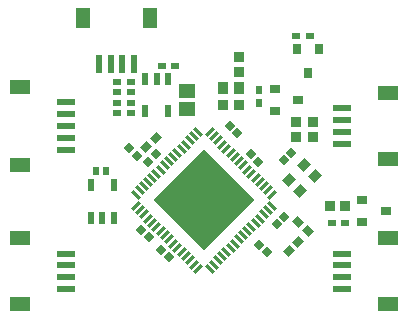
<source format=gbp>
G04*
G04 #@! TF.GenerationSoftware,Altium Limited,Altium Designer,24.5.2 (23)*
G04*
G04 Layer_Color=128*
%FSLAX44Y44*%
%MOMM*%
G71*
G04*
G04 #@! TF.SameCoordinates,E9FC05D7-2B72-4DC1-8FCA-AC280C2F8AC5*
G04*
G04*
G04 #@! TF.FilePolarity,Positive*
G04*
G01*
G75*
%ADD22R,0.6400X0.6000*%
%ADD24R,1.5500X0.6000*%
%ADD25R,1.8000X1.2000*%
%ADD28R,0.6000X0.6400*%
%ADD29R,0.6000X0.7500*%
%ADD31R,1.4000X1.3000*%
%ADD37R,0.9000X1.0000*%
%ADD73R,0.9500X0.8500*%
%ADD74R,0.8500X0.9500*%
G04:AMPARAMS|DCode=75|XSize=0.26mm|YSize=0.86mm|CornerRadius=0mm|HoleSize=0mm|Usage=FLASHONLY|Rotation=315.000|XOffset=0mm|YOffset=0mm|HoleType=Round|Shape=Rectangle|*
%AMROTATEDRECTD75*
4,1,4,-0.3960,-0.2121,0.2121,0.3960,0.3960,0.2121,-0.2121,-0.3960,-0.3960,-0.2121,0.0*
%
%ADD75ROTATEDRECTD75*%

%ADD76R,0.6000X1.5500*%
%ADD77R,1.2000X1.8000*%
G04:AMPARAMS|DCode=78|XSize=0.8mm|YSize=0.9mm|CornerRadius=0mm|HoleSize=0mm|Usage=FLASHONLY|Rotation=135.000|XOffset=0mm|YOffset=0mm|HoleType=Round|Shape=Rectangle|*
%AMROTATEDRECTD78*
4,1,4,0.6010,0.0354,-0.0354,-0.6010,-0.6010,-0.0354,0.0354,0.6010,0.6010,0.0354,0.0*
%
%ADD78ROTATEDRECTD78*%

%ADD79R,0.6000X1.0000*%
%ADD80R,0.9000X0.8000*%
G04:AMPARAMS|DCode=81|XSize=0.64mm|YSize=0.6mm|CornerRadius=0mm|HoleSize=0mm|Usage=FLASHONLY|Rotation=135.000|XOffset=0mm|YOffset=0mm|HoleType=Round|Shape=Rectangle|*
%AMROTATEDRECTD81*
4,1,4,0.4384,-0.0141,0.0141,-0.4384,-0.4384,0.0141,-0.0141,0.4384,0.4384,-0.0141,0.0*
%
%ADD81ROTATEDRECTD81*%

%ADD82P,8.4853X4X360.0*%
G04:AMPARAMS|DCode=83|XSize=0.86mm|YSize=0.26mm|CornerRadius=0mm|HoleSize=0mm|Usage=FLASHONLY|Rotation=315.000|XOffset=0mm|YOffset=0mm|HoleType=Round|Shape=Rectangle|*
%AMROTATEDRECTD83*
4,1,4,-0.3960,0.2121,-0.2121,0.3960,0.3960,-0.2121,0.2121,-0.3960,-0.3960,0.2121,0.0*
%
%ADD83ROTATEDRECTD83*%

%ADD84R,0.7500X0.6000*%
G04:AMPARAMS|DCode=85|XSize=0.64mm|YSize=0.6mm|CornerRadius=0mm|HoleSize=0mm|Usage=FLASHONLY|Rotation=45.000|XOffset=0mm|YOffset=0mm|HoleType=Round|Shape=Rectangle|*
%AMROTATEDRECTD85*
4,1,4,-0.0141,-0.4384,-0.4384,-0.0141,0.0141,0.4384,0.4384,0.0141,-0.0141,-0.4384,0.0*
%
%ADD85ROTATEDRECTD85*%

%ADD86R,0.8000X0.9000*%
%ADD87R,0.5500X1.0000*%
G04:AMPARAMS|DCode=88|XSize=0.6mm|YSize=0.75mm|CornerRadius=0mm|HoleSize=0mm|Usage=FLASHONLY|Rotation=45.000|XOffset=0mm|YOffset=0mm|HoleType=Round|Shape=Rectangle|*
%AMROTATEDRECTD88*
4,1,4,0.0530,-0.4773,-0.4773,0.0530,-0.0530,0.4773,0.4773,-0.0530,0.0530,-0.4773,0.0*
%
%ADD88ROTATEDRECTD88*%

G04:AMPARAMS|DCode=89|XSize=0.6mm|YSize=0.75mm|CornerRadius=0mm|HoleSize=0mm|Usage=FLASHONLY|Rotation=315.000|XOffset=0mm|YOffset=0mm|HoleType=Round|Shape=Rectangle|*
%AMROTATEDRECTD89*
4,1,4,-0.4773,-0.0530,0.0530,0.4773,0.4773,0.0530,-0.0530,-0.4773,-0.4773,-0.0530,0.0*
%
%ADD89ROTATEDRECTD89*%

G36*
X13435Y21213D02*
X0Y7778D01*
X-13435Y21213D01*
X0Y34648D01*
X13435Y21213D01*
D02*
G37*
G36*
X34648Y0D02*
X21213Y-13435D01*
X7778Y0D01*
X21213Y13435D01*
X34648Y0D01*
D02*
G37*
G36*
X-7778D02*
X-21213Y-13435D01*
X-34648Y0D01*
X-21213Y13435D01*
X-7778Y0D01*
D02*
G37*
G36*
X13435Y-21213D02*
X0Y-34648D01*
X-13435Y-21213D01*
X0Y-7778D01*
X13435Y-21213D01*
D02*
G37*
D22*
X-74000Y82400D02*
D03*
Y73600D02*
D03*
X-62000Y82400D02*
D03*
Y73600D02*
D03*
Y91600D02*
D03*
Y100400D02*
D03*
X-74000Y91600D02*
D03*
Y100400D02*
D03*
D24*
X-116680Y53000D02*
D03*
Y83000D02*
D03*
Y73000D02*
D03*
Y63000D02*
D03*
Y43000D02*
D03*
X116680Y-45000D02*
D03*
Y-75000D02*
D03*
Y-65000D02*
D03*
Y-55000D02*
D03*
Y68000D02*
D03*
Y58000D02*
D03*
Y48000D02*
D03*
Y78000D02*
D03*
X-116680Y-75000D02*
D03*
Y-45000D02*
D03*
Y-55000D02*
D03*
Y-65000D02*
D03*
D25*
X-155430Y96000D02*
D03*
Y30000D02*
D03*
X155430Y-88000D02*
D03*
Y-32000D02*
D03*
Y91000D02*
D03*
Y35000D02*
D03*
X-155430Y-32000D02*
D03*
Y-88000D02*
D03*
D28*
X-82600Y25000D02*
D03*
X-91400D02*
D03*
D29*
X47000Y82250D02*
D03*
Y93750D02*
D03*
D31*
X-14000Y93000D02*
D03*
Y77000D02*
D03*
D37*
X16250Y95000D02*
D03*
X29750D02*
D03*
D73*
X78000Y66500D02*
D03*
Y53500D02*
D03*
X92000Y66500D02*
D03*
Y53500D02*
D03*
X30000Y121500D02*
D03*
Y108500D02*
D03*
D74*
X119500Y-5000D02*
D03*
X106500D02*
D03*
X29500Y81000D02*
D03*
X16500D02*
D03*
D75*
X50806Y11915D02*
D03*
X47270Y15450D02*
D03*
X-57877Y-4844D02*
D03*
X-54341Y-8379D02*
D03*
X-50806Y-11915D02*
D03*
X-47270Y-15450D02*
D03*
X-43735Y-18986D02*
D03*
X-40199Y-22521D02*
D03*
X-36663Y-26057D02*
D03*
X-33128Y-29592D02*
D03*
X-29592Y-33128D02*
D03*
X-26057Y-36663D02*
D03*
X-22521Y-40199D02*
D03*
X-18986Y-43735D02*
D03*
X-15450Y-47270D02*
D03*
X-11915Y-50806D02*
D03*
X-8379Y-54341D02*
D03*
X-4844Y-57877D02*
D03*
X57877Y4844D02*
D03*
X54341Y8379D02*
D03*
X43735Y18986D02*
D03*
X40199Y22521D02*
D03*
X36663Y26057D02*
D03*
X33128Y29592D02*
D03*
X29592Y33128D02*
D03*
X26057Y36663D02*
D03*
X22521Y40199D02*
D03*
X18986Y43735D02*
D03*
X15450Y47270D02*
D03*
X11915Y50806D02*
D03*
X8379Y54341D02*
D03*
X4844Y57877D02*
D03*
D76*
X-79000Y115680D02*
D03*
X-69000D02*
D03*
X-59000D02*
D03*
X-89000D02*
D03*
D77*
X-102000Y154430D02*
D03*
X-46000D02*
D03*
D78*
X93819Y20414D02*
D03*
X84414Y29819D02*
D03*
X81586Y8181D02*
D03*
X72181Y17586D02*
D03*
D79*
X-95500Y-15000D02*
D03*
X-86000D02*
D03*
X-76500D02*
D03*
X-95500Y13000D02*
D03*
X-76500D02*
D03*
D80*
X60000Y75500D02*
D03*
Y94500D02*
D03*
X80000Y85000D02*
D03*
X134000Y-18500D02*
D03*
Y500D02*
D03*
X154000Y-9000D02*
D03*
D81*
X67889Y33889D02*
D03*
X74111Y40111D02*
D03*
X68111Y-13889D02*
D03*
X61889Y-20111D02*
D03*
X-47111Y32889D02*
D03*
X-40889Y39111D02*
D03*
D82*
X0Y0D02*
D03*
D83*
X4844Y-57877D02*
D03*
X8379Y-54341D02*
D03*
X11915Y-50806D02*
D03*
X15450Y-47270D02*
D03*
X18986Y-43735D02*
D03*
X22521Y-40199D02*
D03*
X26057Y-36663D02*
D03*
X29592Y-33128D02*
D03*
X33128Y-29592D02*
D03*
X36663Y-26057D02*
D03*
X40199Y-22521D02*
D03*
X43735Y-18986D02*
D03*
X47270Y-15450D02*
D03*
X50806Y-11915D02*
D03*
X54341Y-8379D02*
D03*
X57877Y-4844D02*
D03*
X-4844Y57877D02*
D03*
X-8379Y54341D02*
D03*
X-11915Y50806D02*
D03*
X-15450Y47270D02*
D03*
X-18986Y43735D02*
D03*
X-22521Y40199D02*
D03*
X-26057Y36663D02*
D03*
X-29592Y33128D02*
D03*
X-33128Y29592D02*
D03*
X-36663Y26057D02*
D03*
X-40199Y22521D02*
D03*
X-43735Y18986D02*
D03*
X-47270Y15450D02*
D03*
X-50806Y11915D02*
D03*
X-54341Y8379D02*
D03*
X-57877Y4844D02*
D03*
D84*
X89750Y139000D02*
D03*
X78250D02*
D03*
X119750Y-19000D02*
D03*
X108250D02*
D03*
X-35750Y114000D02*
D03*
X-24250D02*
D03*
D85*
X53111Y-44111D02*
D03*
X46889Y-37889D02*
D03*
X46111Y32889D02*
D03*
X39889Y39111D02*
D03*
X-63111Y44111D02*
D03*
X-56889Y37889D02*
D03*
X-46889Y-31111D02*
D03*
X-53111Y-24889D02*
D03*
X-36111Y-41889D02*
D03*
X-29889Y-48111D02*
D03*
X28111Y56889D02*
D03*
X21889Y63111D02*
D03*
D86*
X88000Y108000D02*
D03*
X97500Y128000D02*
D03*
X78500D02*
D03*
D87*
X-49500Y102500D02*
D03*
X-40000D02*
D03*
X-30500D02*
D03*
Y75500D02*
D03*
X-49500D02*
D03*
D88*
X79934Y-17934D02*
D03*
X88066Y-26066D02*
D03*
D89*
X80066Y-34934D02*
D03*
X71934Y-43066D02*
D03*
X-49066Y44934D02*
D03*
X-40934Y53066D02*
D03*
M02*

</source>
